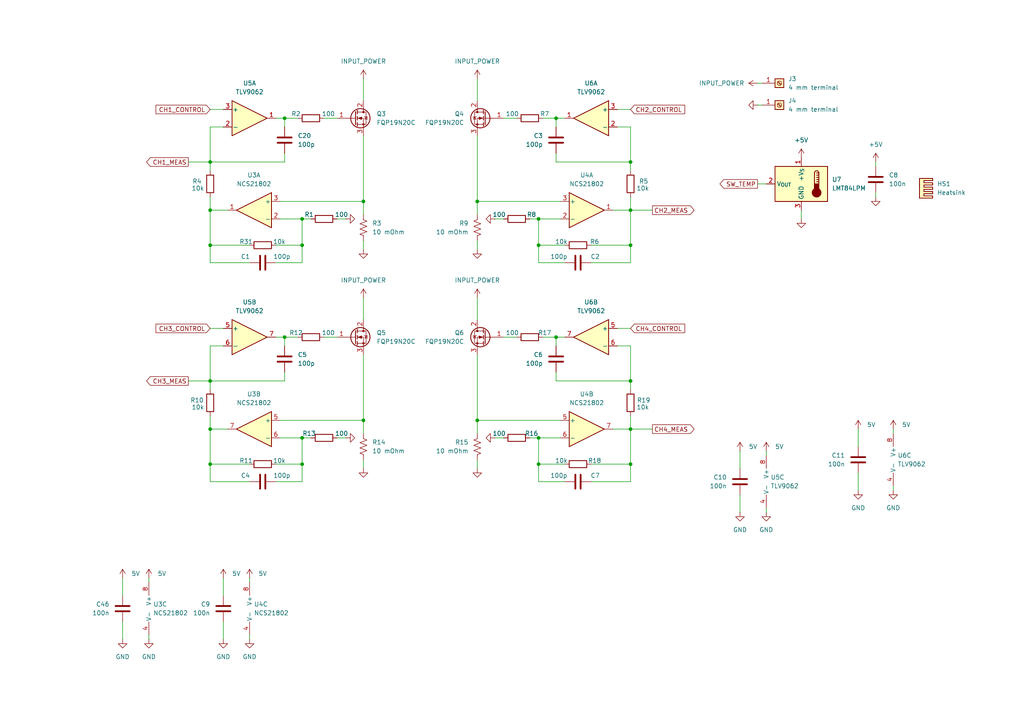
<source format=kicad_sch>
(kicad_sch (version 20250114) (generator "eeschema") (generator_version "9.0")
  (paper "A4")
  (lib_symbols
    (symbol "Amplifier_Operational:TLV9062" (pin_names (offset 0.127))
      (property "Reference" "U" (at 0 5.08 0))
      (property "Value" "TLV9062" (at 0 -5.08 0))
      (symbol "TLV9062_1_1"
        (polyline (pts (xy -5.08 5.08) (xy 5.08 0) (xy -5.08 -5.08) (xy -5.08 5.08)) (stroke (width 0.254)) (fill (type background)))
        (pin input line (at -7.62 2.54 0) (length 2.54) (name "+") (number "3"))
        (pin input line (at -7.62 -2.54 0) (length 2.54) (name "-") (number "2"))
        (pin output line (at 7.62 0 180) (length 2.54) (name "~") (number "1"))
      )
      (symbol "TLV9062_2_1"
        (polyline (pts (xy -5.08 5.08) (xy 5.08 0) (xy -5.08 -5.08) (xy -5.08 5.08)) (stroke (width 0.254)) (fill (type background)))
        (pin input line (at -7.62 2.54 0) (length 2.54) (name "+") (number "5"))
        (pin input line (at -7.62 -2.54 0) (length 2.54) (name "-") (number "6"))
        (pin output line (at 7.62 0 180) (length 2.54) (name "~") (number "7"))
      )
      (symbol "TLV9062_3_1"
        (pin power_in line (at -2.54 7.62 270) (length 3.81) (name "V+") (number "8"))
        (pin power_in line (at -2.54 -7.62 90) (length 3.81) (name "V-") (number "4"))
      )
    )
    (symbol "Connector:Screw_Terminal_01x01" (pin_names (offset 1.016) (hide yes))
      (property "Reference" "J" (at 0 2.54 0))
      (property "Value" "Screw_Terminal_01x01" (at 0 -2.54 0))
      (symbol "Screw_Terminal_01x01_1_1"
        (rectangle (start -1.27 1.27) (end 1.27 -1.27) (stroke (width 0.254)) (fill (type background)))
        (polyline (pts (xy -0.5334 0.3302) (xy 0.3302 -0.508)) (stroke (width 0.1524)))
        (polyline (pts (xy -0.3556 0.508) (xy 0.508 -0.3302)) (stroke (width 0.1524)))
        (circle (center 0 0) (radius 0.635) (stroke (width 0.1524)))
        (pin passive line (at -5.08 0 0) (length 3.81) (name "Pin_1") (number "1"))
      )
    )
    (symbol "Device:C" (pin_numbers (hide yes)) (pin_names (offset 0.254))
      (property "Reference" "C" (at 0.635 2.54 0))
      (property "Value" "C" (at 0.635 -2.54 0))
      (symbol "C_0_1"
        (polyline (pts (xy -2.032 0.762) (xy 2.032 0.762)) (stroke (width 0.508)))
        (polyline (pts (xy -2.032 -0.762) (xy 2.032 -0.762)) (stroke (width 0.508)))
      )
      (symbol "C_1_1"
        (pin passive line (at 0 3.81 270) (length 2.794) (name "~") (number "1"))
        (pin passive line (at 0 -3.81 90) (length 2.794) (name "~") (number "2"))
      )
    )
    (symbol "Device:R" (pin_numbers (hide yes)) (pin_names (offset 0))
      (property "Reference" "R" (at 2.032 0 90))
      (property "Value" "R" (at 0 0 90))
      (symbol "R_0_1"
        (rectangle (start -1.016 -2.54) (end 1.016 2.54) (stroke (width 0.254)))
      )
      (symbol "R_1_1"
        (pin passive line (at 0 3.81 270) (length 1.27) (name "~") (number "1"))
        (pin passive line (at 0 -3.81 90) (length 1.27) (name "~") (number "2"))
      )
    )
    (symbol "Device:R_US" (pin_numbers (hide yes)) (pin_names (offset 0))
      (property "Reference" "R" (at 2.54 0 90))
      (property "Value" "R_US" (at -2.54 0 90))
      (symbol "R_US_0_1"
        (polyline (pts (xy 0 2.286) (xy 0 2.54)))
        (polyline (pts (xy 0 2.286) (xy 1.016 1.905) (xy 0 1.524) (xy -1.016 1.143) (xy 0 0.762)))
        (polyline (pts (xy 0 0.762) (xy 1.016 0.381) (xy 0 0) (xy -1.016 -0.381) (xy 0 -0.762)))
        (polyline (pts (xy 0 -0.762) (xy 1.016 -1.143) (xy 0 -1.524) (xy -1.016 -1.905) (xy 0 -2.286)))
        (polyline (pts (xy 0 -2.286) (xy 0 -2.54)))
      )
      (symbol "R_US_1_1"
        (pin passive line (at 0 3.81 270) (length 1.27) (name "~") (number "1"))
        (pin passive line (at 0 -3.81 90) (length 1.27) (name "~") (number "2"))
      )
    )
    (symbol "Mechanical:Heatsink" (pin_names (offset 1.016))
      (property "Reference" "HS" (at 0 5.08 0))
      (property "Value" "Heatsink" (at 0 -1.27 0))
      (symbol "Heatsink_0_1"
        (polyline (pts (xy -0.3302 1.27) (xy -0.9652 1.27) (xy -0.9652 3.81) (xy -1.6002 3.81) (xy -1.6002 1.27) (xy -2.2352 1.27) (xy -2.2352 3.81) (xy -2.8702 3.81) (xy -2.8702 0) (xy -0.9652 0)) (stroke (width 0.254)) (fill (type background)))
        (polyline (pts (xy -0.3302 1.27) (xy -0.3302 3.81) (xy 0.3048 3.81) (xy 0.3048 1.27) (xy 0.9398 1.27) (xy 0.9398 3.81) (xy 1.5748 3.81) (xy 1.5748 1.27) (xy 2.2098 1.27) (xy 2.2098 3.81) (xy 2.8448 3.81) (xy 2.8448 0) (xy -0.9652 0)) (stroke (width 0.254)) (fill (type background)))
      )
    )
    (symbol "Sensor_Temperature:LM35-LP"
      (property "Reference" "U" (at -6.35 6.35 0))
      (property "Value" "LM35-LP" (at 1.27 6.35 0))
      (symbol "LM35-LP_0_1"
        (rectangle (start -7.62 5.08) (end 7.62 -5.08) (stroke (width 0.254)) (fill (type background)))
        (polyline (pts (xy -5.08 3.175) (xy -5.08 0)) (stroke (width 0.254)))
        (polyline (pts (xy -5.08 3.175) (xy -4.445 3.175)) (stroke (width 0.254)))
        (polyline (pts (xy -5.08 2.54) (xy -4.445 2.54)) (stroke (width 0.254)))
        (polyline (pts (xy -5.08 1.905) (xy -4.445 1.905)) (stroke (width 0.254)))
        (polyline (pts (xy -5.08 1.27) (xy -4.445 1.27)) (stroke (width 0.254)))
        (polyline (pts (xy -5.08 0.635) (xy -4.445 0.635)) (stroke (width 0.254)))
        (arc (start -5.08 3.175) (mid -4.445 3.8073) (end -3.81 3.175) (stroke (width 0.254)))
        (circle (center -4.445 -2.54) (radius 1.27) (stroke (width 0.254)) (fill (type outline)))
        (polyline (pts (xy -3.81 3.175) (xy -3.81 0)) (stroke (width 0.254)))
        (rectangle (start -3.81 -1.905) (end -5.08 0) (stroke (width 0.254)) (fill (type outline)))
      )
      (symbol "LM35-LP_1_1"
        (pin power_in line (at 0 7.62 270) (length 2.54) (name "+V_{S}") (number "1"))
        (pin power_in line (at 0 -7.62 90) (length 2.54) (name "GND") (number "3"))
        (pin output line (at 10.16 0 180) (length 2.54) (name "V_{OUT}") (number "2"))
      )
    )
    (symbol "Transistor_FET:IRF3205" (pin_names (hide yes))
      (property "Reference" "Q" (at 5.08 1.905 0))
      (property "Value" "IRF3205" (at 5.08 0 0))
      (symbol "IRF3205_0_1"
        (polyline (pts (xy 0.254 1.905) (xy 0.254 -1.905)) (stroke (width 0.254)))
        (polyline (pts (xy 0.254 0) (xy -2.54 0)))
        (polyline (pts (xy 0.762 2.286) (xy 0.762 1.27)) (stroke (width 0.254)))
        (polyline (pts (xy 0.762 0.508) (xy 0.762 -0.508)) (stroke (width 0.254)))
        (polyline (pts (xy 0.762 -1.27) (xy 0.762 -2.286)) (stroke (width 0.254)))
        (polyline (pts (xy 0.762 -1.778) (xy 3.302 -1.778) (xy 3.302 1.778) (xy 0.762 1.778)))
        (polyline (pts (xy 1.016 0) (xy 2.032 0.381) (xy 2.032 -0.381) (xy 1.016 0)) (fill (type outline)))
        (circle (center 1.651 0) (radius 2.794) (stroke (width 0.254)))
        (polyline (pts (xy 2.54 2.54) (xy 2.54 1.778)))
        (circle (center 2.54 1.778) (radius 0.254) (fill (type outline)))
        (circle (center 2.54 -1.778) (radius 0.254) (fill (type outline)))
        (polyline (pts (xy 2.54 -2.54) (xy 2.54 0) (xy 0.762 0)))
        (polyline (pts (xy 2.794 0.508) (xy 2.921 0.381) (xy 3.683 0.381) (xy 3.81 0.254)))
        (polyline (pts (xy 3.302 0.381) (xy 2.921 -0.254) (xy 3.683 -0.254) (xy 3.302 0.381)))
      )
      (symbol "IRF3205_1_1"
        (pin input line (at -5.08 0 0) (length 2.54) (name "G") (number "1"))
        (pin passive line (at 2.54 5.08 270) (length 2.54) (name "D") (number "2"))
        (pin passive line (at 2.54 -5.08 90) (length 2.54) (name "S") (number "3"))
      )
    )
    (symbol "power:+5V" (power) (pin_numbers (hide yes)) (pin_names (offset 0) (hide yes))
      (property "Value" "+5V" (at 0 3.556 0))
      (symbol "+5V_0_1"
        (polyline (pts (xy -0.762 1.27) (xy 0 2.54)))
        (polyline (pts (xy 0 2.54) (xy 0.762 1.27)))
        (polyline (pts (xy 0 0) (xy 0 2.54)))
      )
      (symbol "+5V_1_1"
        (pin power_in line (at 0 0 90) (length 0) (name "~") (number "1"))
      )
    )
    (symbol "power:GND" (power) (pin_numbers (hide yes)) (pin_names (offset 0) (hide yes))
      (property "Value" "GND" (at 0 -3.81 0))
      (symbol "GND_0_1"
        (polyline (pts (xy 0 0) (xy 0 -1.27) (xy 1.27 -1.27) (xy 0 -2.54) (xy -1.27 -1.27) (xy 0 -1.27)))
      )
      (symbol "GND_1_1"
        (pin power_in line (at 0 0 270) (length 0) (name "~") (number "1"))
      )
    )
    (symbol "power:VCC" (power) (pin_numbers (hide yes)) (pin_names (offset 0) (hide yes))
      (property "Value" "VCC" (at 0 3.556 0))
      (symbol "VCC_0_1"
        (polyline (pts (xy -0.762 1.27) (xy 0 2.54)))
        (polyline (pts (xy 0 2.54) (xy 0.762 1.27)))
        (polyline (pts (xy 0 0) (xy 0 2.54)))
      )
      (symbol "VCC_1_1"
        (pin power_in line (at 0 0 90) (length 0) (name "~") (number "1"))
      )
    )
  )
  (junction (at 87.63 71.12))
  (junction (at 60.96 60.96))
  (junction (at 87.63 134.62))
  (junction (at 60.96 110.49))
  (junction (at 161.29 97.79))
  (junction (at 138.43 58.42))
  (junction (at 182.88 134.62))
  (junction (at 87.63 63.5))
  (junction (at 182.88 71.12))
  (junction (at 182.88 60.96))
  (junction (at 60.96 134.62))
  (junction (at 138.43 121.92))
  (junction (at 161.29 34.29))
  (junction (at 105.41 58.42))
  (junction (at 182.88 110.49))
  (junction (at 156.21 134.62))
  (junction (at 60.96 46.99))
  (junction (at 182.88 124.46))
  (junction (at 82.55 97.79))
  (junction (at 156.21 71.12))
  (junction (at 156.21 127))
  (junction (at 60.96 124.46))
  (junction (at 87.63 127))
  (junction (at 105.41 121.92))
  (junction (at 60.96 71.12))
  (junction (at 182.88 46.99))
  (junction (at 156.21 63.5))
  (junction (at 82.55 34.29))
  (wire (pts (xy 35.56 180.34) (xy 35.56 185.42)))
  (wire (pts (xy 163.83 34.29) (xy 161.29 34.29)))
  (wire (pts (xy 60.96 46.99) (xy 54.61 46.99)))
  (wire (pts (xy 138.43 135.89) (xy 138.43 133.35)))
  (wire (pts (xy 93.98 34.29) (xy 97.79 34.29)))
  (wire (pts (xy 60.96 120.65) (xy 60.96 124.46)))
  (wire (pts (xy 72.39 139.7) (xy 60.96 139.7)))
  (wire (pts (xy 60.96 100.33) (xy 60.96 110.49)))
  (wire (pts (xy 171.45 71.12) (xy 182.88 71.12)))
  (wire (pts (xy 214.63 143.51) (xy 214.63 148.59)))
  (wire (pts (xy 82.55 34.29) (xy 86.36 34.29)))
  (wire (pts (xy 105.41 22.86) (xy 105.41 29.21)))
  (wire (pts (xy 156.21 71.12) (xy 156.21 63.5)))
  (wire (pts (xy 81.28 58.42) (xy 105.41 58.42)))
  (wire (pts (xy 171.45 76.2) (xy 182.88 76.2)))
  (wire (pts (xy 138.43 86.36) (xy 138.43 92.71)))
  (wire (pts (xy 163.83 76.2) (xy 156.21 76.2)))
  (wire (pts (xy 43.18 167.64) (xy 43.18 168.91)))
  (wire (pts (xy 143.51 127) (xy 146.05 127)))
  (wire (pts (xy 162.56 121.92) (xy 138.43 121.92)))
  (wire (pts (xy 219.71 24.13) (xy 220.98 24.13)))
  (wire (pts (xy 156.21 139.7) (xy 156.21 134.62)))
  (wire (pts (xy 72.39 184.15) (xy 72.39 185.42)))
  (wire (pts (xy 182.88 76.2) (xy 182.88 71.12)))
  (wire (pts (xy 138.43 62.23) (xy 138.43 58.42)))
  (wire (pts (xy 182.88 31.75) (xy 179.07 31.75)))
  (wire (pts (xy 60.96 100.33) (xy 64.77 100.33)))
  (wire (pts (xy 80.01 134.62) (xy 87.63 134.62)))
  (wire (pts (xy 254 55.88) (xy 254 57.15)))
  (wire (pts (xy 100.33 63.5) (xy 97.79 63.5)))
  (wire (pts (xy 82.55 44.45) (xy 82.55 46.99)))
  (wire (pts (xy 87.63 127) (xy 90.17 127)))
  (wire (pts (xy 143.51 63.5) (xy 146.05 63.5)))
  (wire (pts (xy 182.88 124.46) (xy 177.8 124.46)))
  (wire (pts (xy 161.29 97.79) (xy 161.29 100.33)))
  (wire (pts (xy 105.41 125.73) (xy 105.41 121.92)))
  (wire (pts (xy 163.83 97.79) (xy 161.29 97.79)))
  (wire (pts (xy 81.28 127) (xy 87.63 127)))
  (wire (pts (xy 219.71 53.34) (xy 222.25 53.34)))
  (wire (pts (xy 156.21 76.2) (xy 156.21 71.12)))
  (wire (pts (xy 259.08 140.97) (xy 259.08 142.24)))
  (wire (pts (xy 60.96 110.49) (xy 54.61 110.49)))
  (wire (pts (xy 182.88 36.83) (xy 179.07 36.83)))
  (wire (pts (xy 182.88 134.62) (xy 182.88 124.46)))
  (wire (pts (xy 149.86 34.29) (xy 146.05 34.29)))
  (wire (pts (xy 35.56 167.64) (xy 35.56 172.72)))
  (wire (pts (xy 161.29 44.45) (xy 161.29 46.99)))
  (wire (pts (xy 156.21 63.5) (xy 153.67 63.5)))
  (wire (pts (xy 105.41 102.87) (xy 105.41 121.92)))
  (wire (pts (xy 100.33 127) (xy 97.79 127)))
  (wire (pts (xy 105.41 135.89) (xy 105.41 133.35)))
  (wire (pts (xy 222.25 130.81) (xy 222.25 132.08)))
  (wire (pts (xy 161.29 34.29) (xy 157.48 34.29)))
  (wire (pts (xy 182.88 120.65) (xy 182.88 124.46)))
  (wire (pts (xy 163.83 139.7) (xy 156.21 139.7)))
  (wire (pts (xy 60.96 60.96) (xy 66.04 60.96)))
  (wire (pts (xy 222.25 147.32) (xy 222.25 148.59)))
  (wire (pts (xy 82.55 110.49) (xy 60.96 110.49)))
  (wire (pts (xy 138.43 102.87) (xy 138.43 121.92)))
  (wire (pts (xy 149.86 97.79) (xy 146.05 97.79)))
  (wire (pts (xy 60.96 95.25) (xy 64.77 95.25)))
  (wire (pts (xy 161.29 97.79) (xy 157.48 97.79)))
  (wire (pts (xy 182.88 100.33) (xy 179.07 100.33)))
  (wire (pts (xy 138.43 39.37) (xy 138.43 58.42)))
  (wire (pts (xy 87.63 63.5) (xy 90.17 63.5)))
  (wire (pts (xy 43.18 184.15) (xy 43.18 185.42)))
  (wire (pts (xy 248.92 137.16) (xy 248.92 142.24)))
  (wire (pts (xy 82.55 46.99) (xy 60.96 46.99)))
  (wire (pts (xy 219.71 30.48) (xy 220.98 30.48)))
  (wire (pts (xy 182.88 124.46) (xy 189.23 124.46)))
  (wire (pts (xy 60.96 46.99) (xy 60.96 49.53)))
  (wire (pts (xy 163.83 134.62) (xy 156.21 134.62)))
  (wire (pts (xy 105.41 39.37) (xy 105.41 58.42)))
  (wire (pts (xy 87.63 139.7) (xy 87.63 134.62)))
  (wire (pts (xy 248.92 124.46) (xy 248.92 129.54)))
  (wire (pts (xy 60.96 134.62) (xy 60.96 124.46)))
  (wire (pts (xy 162.56 127) (xy 156.21 127)))
  (wire (pts (xy 72.39 76.2) (xy 60.96 76.2)))
  (wire (pts (xy 81.28 63.5) (xy 87.63 63.5)))
  (wire (pts (xy 161.29 107.95) (xy 161.29 110.49)))
  (wire (pts (xy 82.55 97.79) (xy 82.55 100.33)))
  (wire (pts (xy 72.39 167.64) (xy 72.39 168.91)))
  (wire (pts (xy 60.96 124.46) (xy 66.04 124.46)))
  (wire (pts (xy 87.63 71.12) (xy 87.63 63.5)))
  (wire (pts (xy 138.43 125.73) (xy 138.43 121.92)))
  (wire (pts (xy 60.96 76.2) (xy 60.96 71.12)))
  (wire (pts (xy 64.77 180.34) (xy 64.77 185.42)))
  (wire (pts (xy 171.45 139.7) (xy 182.88 139.7)))
  (wire (pts (xy 82.55 97.79) (xy 86.36 97.79)))
  (wire (pts (xy 214.63 130.81) (xy 214.63 135.89)))
  (wire (pts (xy 60.96 71.12) (xy 60.96 60.96)))
  (wire (pts (xy 156.21 134.62) (xy 156.21 127)))
  (wire (pts (xy 80.01 139.7) (xy 87.63 139.7)))
  (wire (pts (xy 182.88 46.99) (xy 182.88 49.53)))
  (wire (pts (xy 138.43 72.39) (xy 138.43 69.85)))
  (wire (pts (xy 80.01 97.79) (xy 82.55 97.79)))
  (wire (pts (xy 60.96 36.83) (xy 64.77 36.83)))
  (wire (pts (xy 162.56 63.5) (xy 156.21 63.5)))
  (wire (pts (xy 72.39 134.62) (xy 60.96 134.62)))
  (wire (pts (xy 105.41 62.23) (xy 105.41 58.42)))
  (wire (pts (xy 60.96 110.49) (xy 60.96 113.03)))
  (wire (pts (xy 182.88 71.12) (xy 182.88 60.96)))
  (wire (pts (xy 162.56 58.42) (xy 138.43 58.42)))
  (wire (pts (xy 80.01 71.12) (xy 87.63 71.12)))
  (wire (pts (xy 171.45 134.62) (xy 182.88 134.62)))
  (wire (pts (xy 182.88 139.7) (xy 182.88 134.62)))
  (wire (pts (xy 182.88 110.49) (xy 182.88 113.03)))
  (wire (pts (xy 182.88 100.33) (xy 182.88 110.49)))
  (wire (pts (xy 161.29 34.29) (xy 161.29 36.83)))
  (wire (pts (xy 232.41 63.5) (xy 232.41 60.96)))
  (wire (pts (xy 60.96 139.7) (xy 60.96 134.62)))
  (wire (pts (xy 82.55 34.29) (xy 82.55 36.83)))
  (wire (pts (xy 60.96 31.75) (xy 64.77 31.75)))
  (wire (pts (xy 60.96 36.83) (xy 60.96 46.99)))
  (wire (pts (xy 161.29 46.99) (xy 182.88 46.99)))
  (wire (pts (xy 259.08 124.46) (xy 259.08 125.73)))
  (wire (pts (xy 182.88 36.83) (xy 182.88 46.99)))
  (wire (pts (xy 87.63 76.2) (xy 87.63 71.12)))
  (wire (pts (xy 254 46.99) (xy 254 48.26)))
  (wire (pts (xy 105.41 72.39) (xy 105.41 69.85)))
  (wire (pts (xy 138.43 22.86) (xy 138.43 29.21)))
  (wire (pts (xy 82.55 107.95) (xy 82.55 110.49)))
  (wire (pts (xy 80.01 76.2) (xy 87.63 76.2)))
  (wire (pts (xy 60.96 57.15) (xy 60.96 60.96)))
  (wire (pts (xy 80.01 34.29) (xy 82.55 34.29)))
  (wire (pts (xy 93.98 97.79) (xy 97.79 97.79)))
  (wire (pts (xy 182.88 60.96) (xy 189.23 60.96)))
  (wire (pts (xy 161.29 110.49) (xy 182.88 110.49)))
  (wire (pts (xy 81.28 121.92) (xy 105.41 121.92)))
  (wire (pts (xy 64.77 167.64) (xy 64.77 172.72)))
  (wire (pts (xy 156.21 127) (xy 153.67 127)))
  (wire (pts (xy 105.41 86.36) (xy 105.41 92.71)))
  (wire (pts (xy 182.88 60.96) (xy 177.8 60.96)))
  (wire (pts (xy 182.88 57.15) (xy 182.88 60.96)))
  (wire (pts (xy 163.83 71.12) (xy 156.21 71.12)))
  (wire (pts (xy 182.88 95.25) (xy 179.07 95.25)))
  (wire (pts (xy 72.39 71.12) (xy 60.96 71.12)))
  (wire (pts (xy 87.63 134.62) (xy 87.63 127)))
  (global_label "CH3_MEAS" (shape output) (at 54.61 110.49 180) (property "Intersheetrefs" "${INTERSHEET_REFS}" (effects (hide yes))))
  (global_label "CH2_MEAS" (shape output) (at 189.23 60.96 0) (property "Intersheetrefs" "${INTERSHEET_REFS}" (effects (hide yes))))
  (global_label "CH1_MEAS" (shape output) (at 54.61 46.99 180) (property "Intersheetrefs" "${INTERSHEET_REFS}" (effects (hide yes))))
  (global_label "CH1_CONTROL" (shape input) (at 60.96 31.75 180) (property "Intersheetrefs" "${INTERSHEET_REFS}" (effects (hide yes))))
  (global_label "CH3_CONTROL" (shape input) (at 60.96 95.25 180) (property "Intersheetrefs" "${INTERSHEET_REFS}" (effects (hide yes))))
  (global_label "SW_TEMP" (shape output) (at 219.71 53.34 180) (property "Intersheetrefs" "${INTERSHEET_REFS}" (effects (hide yes))))
  (global_label "CH2_CONTROL" (shape input) (at 182.88 31.75 0) (property "Intersheetrefs" "${INTERSHEET_REFS}" (effects (hide yes))))
  (global_label "CH4_CONTROL" (shape input) (at 182.88 95.25 0) (property "Intersheetrefs" "${INTERSHEET_REFS}" (effects (hide yes))))
  (global_label "CH4_MEAS" (shape output) (at 189.23 124.46 0) (property "Intersheetrefs" "${INTERSHEET_REFS}" (effects (hide yes))))
  (symbol (lib_id "Device:R") (at 93.98 127 270) (mirror x) (unit 1)
    (property "Reference" "R13" (at 89.662 125.73 90))
    (property "Value" "100" (at 99.06 125.73 90))
    (property "Footprint" "Resistor_SMD:R_0603_1608Metric_Pad0.98x0.95mm_HandSolder" (effects (hide yes)))
    (property "LCSC" "C22775" (effects (hide yes)))
  )
  (symbol (lib_id "power:GND") (at 64.77 185.42 0) (unit 1)
    (property "Reference" "#PWR030" (effects (hide yes)))
    (property "Value" "GND" (at 64.77 190.5 0))
    (property "Description" "Power symbol creates a global label with name \"GND\" , ground" (effects (hide yes)))
  )
  (symbol (lib_id "Device:R_US") (at 138.43 129.54 0) (mirror y) (unit 1)
    (property "Reference" "R15" (at 135.89 128.2699 0) (effects (justify left)))
    (property "Value" "10 mOhm" (at 135.89 130.8099 0) (effects (justify left)))
    (property "Footprint" "Resistor_SMD:R_2512_6332Metric_Pad1.40x3.35mm_HandSolder" (effects (hide yes)))
    (property "Description" "Resistor, US symbol" (effects (hide yes)))
  )
  (symbol (lib_id "power:VCC") (at 222.25 130.81 0) (mirror y) (unit 1)
    (property "Reference" "#PWR035" (effects (hide yes)))
    (property "Value" "5V" (at 224.79 129.5399 0) (effects (justify right)))
    (property "Description" "Power symbol creates a global label with name \"VCC\"" (effects (hide yes)))
  )
  (symbol (lib_id "Connector:Screw_Terminal_01x01") (at 226.06 24.13 0) (unit 1)
    (property "Reference" "J3" (at 228.6 22.8599 0) (effects (justify left)))
    (property "Value" "4 mm terminal" (at 228.6 25.3999 0) (effects (justify left)))
    (property "Footprint" "DC_load:4mm_terminal_red" (effects (hide yes)))
    (property "Description" "Generic screw terminal, single row, 01x01, script generated (kicad-library-utils/schlib/autogen/connector/)" (effects (hide yes)))
  )
  (symbol (lib_id "Amplifier_Operational:TLV9062") (at 224.79 139.7 0) (unit 3)
    (property "Reference" "U5" (at 223.52 138.4299 0) (effects (justify left)))
    (property "Value" "TLV9062" (at 223.52 140.9699 0) (effects (justify left)))
    (property "Footprint" "Package_SO:SOIC-8_3.9x4.9mm_P1.27mm" (effects (hide yes)))
    (property "Datasheet" "https://www.ti.com/lit/ds/symlink/tlv9062.pdf" (effects (hide yes)))
    (property "Description" "Dual Operational Amplifiers, SOIC-8/TSSOP-8/VSSOP-8" (effects (hide yes)))
  )
  (symbol (lib_id "power:GND") (at 105.41 72.39 0) (unit 1)
    (property "Reference" "#PWR02" (effects (hide yes)))
    (property "Value" "GND" (effects (hide yes)))
    (property "Description" "Power symbol creates a global label with name \"GND\" , ground" (effects (hide yes)))
  )
  (symbol (lib_id "Device:C") (at 35.56 176.53 0) (mirror x) (unit 1)
    (property "Reference" "C46" (at 31.75 175.2599 0) (effects (justify right)))
    (property "Value" "100n" (at 31.75 177.7999 0) (effects (justify right)))
    (property "Footprint" "Capacitor_SMD:C_0603_1608Metric_Pad1.08x0.95mm_HandSolder" (effects (hide yes)))
    (property "LCSC" "C14663" (effects (hide yes)))
  )
  (symbol (lib_id "power:GND") (at 35.56 185.42 0) (unit 1)
    (property "Reference" "#PWR05" (effects (hide yes)))
    (property "Value" "GND" (at 35.56 190.5 0))
    (property "Description" "Power symbol creates a global label with name \"GND\" , ground" (effects (hide yes)))
  )
  (symbol (lib_id "Device:R") (at 149.86 127 90) (unit 1)
    (property "Reference" "R16" (at 154.178 125.73 90))
    (property "Value" "100" (at 144.78 125.73 90))
    (property "Footprint" "Resistor_SMD:R_0603_1608Metric_Pad0.98x0.95mm_HandSolder" (effects (hide yes)))
    (property "LCSC" "C22775" (effects (hide yes)))
  )
  (symbol (lib_id "power:GND") (at 232.41 63.5 0) (mirror y) (unit 1)
    (property "Reference" "#PWR018" (effects (hide yes)))
    (property "Value" "GND" (effects (hide yes)))
    (property "Description" "Power symbol creates a global label with name \"GND\" , ground" (effects (hide yes)))
  )
  (symbol (lib_id "Device:R") (at 182.88 53.34 0) (mirror x) (unit 1)
    (property "Reference" "R5" (at 186.69 52.578 0))
    (property "Value" "10k" (at 186.436 54.61 0))
    (property "Footprint" "Resistor_SMD:R_0603_1608Metric_Pad0.98x0.95mm_HandSolder" (effects (hide yes)))
    (property "LCSC" "C25804" (effects (hide yes)))
  )
  (symbol (lib_id "Device:C") (at 64.77 176.53 0) (mirror x) (unit 1)
    (property "Reference" "C9" (at 60.96 175.2599 0) (effects (justify right)))
    (property "Value" "100n" (at 60.96 177.7999 0) (effects (justify right)))
    (property "Footprint" "Capacitor_SMD:C_0603_1608Metric_Pad1.08x0.95mm_HandSolder" (effects (hide yes)))
    (property "LCSC" "C14663" (effects (hide yes)))
  )
  (symbol (lib_id "Device:R") (at 167.64 71.12 90) (mirror x) (unit 1)
    (property "Reference" "R6" (at 172.466 70.104 90))
    (property "Value" "10k" (at 162.814 70.104 90))
    (property "Footprint" "Resistor_SMD:R_0603_1608Metric_Pad0.98x0.95mm_HandSolder" (effects (hide yes)))
    (property "LCSC" "C25804" (effects (hide yes)))
  )
  (symbol (lib_id "Connector:Screw_Terminal_01x01") (at 226.06 30.48 0) (unit 1)
    (property "Reference" "J4" (at 228.6 29.2099 0) (effects (justify left)))
    (property "Value" "4 mm terminal" (at 228.6 31.7499 0) (effects (justify left)))
    (property "Footprint" "DC_load:4mm_terminal_black" (effects (hide yes)))
    (property "Description" "Generic screw terminal, single row, 01x01, script generated (kicad-library-utils/schlib/autogen/connector/)" (effects (hide yes)))
  )
  (symbol (lib_id "Transistor_FET:IRF3205") (at 102.87 34.29 0) (unit 1)
    (property "Reference" "Q3" (at 109.22 33.0199 0) (effects (justify left)))
    (property "Value" "FQP19N20C" (at 109.22 35.5599 0) (effects (justify left)))
    (property "Footprint" "Package_TO_SOT_THT:TO-220-3_Horizontal_TabUp" (effects (hide yes)))
    (property "Datasheet" "https://www.onsemi.com/download/data-sheet/pdf/fqpf19n20c-d.pdf" (effects (hide yes)))
  )
  (symbol (lib_id "power:VCC") (at 219.71 24.13 90) (mirror x) (unit 1)
    (property "Reference" "#PWR021" (effects (hide yes)))
    (property "Value" "INPUT_POWER" (at 215.9 24.1299 90) (effects (justify left)))
    (property "Description" "Power symbol creates a global label with name \"VCC\"" (effects (hide yes)))
  )
  (symbol (lib_id "power:VCC") (at 214.63 130.81 0) (mirror y) (unit 1)
    (property "Reference" "#PWR033" (effects (hide yes)))
    (property "Value" "5V" (at 217.17 129.5399 0) (effects (justify right)))
    (property "Description" "Power symbol creates a global label with name \"VCC\"" (effects (hide yes)))
  )
  (symbol (lib_id "power:+5V") (at 232.41 45.72 0) (unit 1)
    (property "Reference" "#PWR017" (effects (hide yes)))
    (property "Value" "+5V" (at 232.41 40.64 0))
    (property "Description" "Power symbol creates a global label with name \"+5V\"" (effects (hide yes)))
  )
  (symbol (lib_id "power:VCC") (at 259.08 124.46 0) (mirror y) (unit 1)
    (property "Reference" "#PWR039" (effects (hide yes)))
    (property "Value" "5V" (at 261.62 123.1899 0) (effects (justify right)))
    (property "Description" "Power symbol creates a global label with name \"VCC\"" (effects (hide yes)))
  )
  (symbol (lib_id "power:GND") (at 100.33 63.5 90) (unit 1)
    (property "Reference" "#PWR03" (effects (hide yes)))
    (property "Value" "GND" (effects (hide yes)))
    (property "Description" "Power symbol creates a global label with name \"GND\" , ground" (effects (hide yes)))
  )
  (symbol (lib_id "Device:R") (at 149.86 63.5 90) (unit 1)
    (property "Reference" "R8" (at 154.178 62.23 90))
    (property "Value" "100" (at 144.78 62.23 90))
    (property "Footprint" "Resistor_SMD:R_0603_1608Metric_Pad0.98x0.95mm_HandSolder" (effects (hide yes)))
    (property "LCSC" "C22775" (effects (hide yes)))
  )
  (symbol (lib_id "power:GND") (at 105.41 135.89 0) (unit 1)
    (property "Reference" "#PWR013" (effects (hide yes)))
    (property "Value" "GND" (effects (hide yes)))
    (property "Description" "Power symbol creates a global label with name \"GND\" , ground" (effects (hide yes)))
  )
  (symbol (lib_id "Amplifier_Operational:TLV9062") (at 73.66 60.96 0) (mirror y) (unit 1)
    (property "Reference" "U3" (at 73.66 50.8 0))
    (property "Value" "NCS21802" (at 73.66 53.34 0))
    (property "Footprint" "Package_SO:OnSemi_Micro8" (effects (hide yes)))
    (property "Datasheet" "https://eu.mouser.com/datasheet/2/308/1/NCS21801_D-2317591.pdf" (effects (hide yes)))
    (property "Description" "Dual Operational Amplifiers, SOIC-8/TSSOP-8/VSSOP-8" (effects (hide yes)))
  )
  (symbol (lib_id "power:GND") (at 72.39 185.42 0) (unit 1)
    (property "Reference" "#PWR032" (effects (hide yes)))
    (property "Value" "GND" (at 72.39 190.5 0))
    (property "Description" "Power symbol creates a global label with name \"GND\" , ground" (effects (hide yes)))
  )
  (symbol (lib_id "power:VCC") (at 64.77 167.64 0) (mirror y) (unit 1)
    (property "Reference" "#PWR029" (effects (hide yes)))
    (property "Value" "5V" (at 67.31 166.3699 0) (effects (justify right)))
    (property "Description" "Power symbol creates a global label with name \"VCC\"" (effects (hide yes)))
  )
  (symbol (lib_id "power:VCC") (at 105.41 86.36 0) (mirror y) (unit 1)
    (property "Reference" "#PWR012" (effects (hide yes)))
    (property "Value" "INPUT_POWER" (at 105.41 81.28 0))
    (property "Description" "Power symbol creates a global label with name \"VCC\"" (effects (hide yes)))
  )
  (symbol (lib_id "Device:R") (at 90.17 34.29 270) (mirror x) (unit 1)
    (property "Reference" "R2" (at 85.852 33.02 90))
    (property "Value" "100" (at 95.25 33.02 90))
    (property "Footprint" "Resistor_SMD:R_0603_1608Metric_Pad0.98x0.95mm_HandSolder" (effects (hide yes)))
    (property "LCSC" "C22775" (effects (hide yes)))
  )
  (symbol (lib_id "Device:R") (at 153.67 34.29 90) (unit 1)
    (property "Reference" "R7" (at 157.988 33.02 90))
    (property "Value" "100" (at 148.59 33.02 90))
    (property "Footprint" "Resistor_SMD:R_0603_1608Metric_Pad0.98x0.95mm_HandSolder" (effects (hide yes)))
    (property "LCSC" "C22775" (effects (hide yes)))
  )
  (symbol (lib_id "Device:R_US") (at 138.43 66.04 0) (mirror y) (unit 1)
    (property "Reference" "R9" (at 135.89 64.7699 0) (effects (justify left)))
    (property "Value" "10 mOhm" (at 135.89 67.3099 0) (effects (justify left)))
    (property "Footprint" "Resistor_SMD:R_2512_6332Metric_Pad1.40x3.35mm_HandSolder" (effects (hide yes)))
    (property "Description" "Resistor, US symbol" (effects (hide yes)))
  )
  (symbol (lib_id "Mechanical:Heatsink") (at 266.7 54.61 270) (unit 1)
    (property "Reference" "HS1" (at 271.78 53.3272 90) (effects (justify left)))
    (property "Value" "Heatsink" (at 271.78 55.8672 90) (effects (justify left)))
    (property "Footprint" "DC_load:AMD_heatsink" (effects (hide yes)))
    (property "Description" "Heatsink" (effects (hide yes)))
  )
  (symbol (lib_id "power:VCC") (at 248.92 124.46 0) (mirror y) (unit 1)
    (property "Reference" "#PWR037" (effects (hide yes)))
    (property "Value" "5V" (at 251.46 123.1899 0) (effects (justify right)))
    (property "Description" "Power symbol creates a global label with name \"VCC\"" (effects (hide yes)))
  )
  (symbol (lib_id "power:GND") (at 254 57.15 0) (mirror y) (unit 1)
    (property "Reference" "#PWR020" (effects (hide yes)))
    (property "Value" "GND" (effects (hide yes)))
    (property "Description" "Power symbol creates a global label with name \"GND\" , ground" (effects (hide yes)))
  )
  (symbol (lib_id "Device:R") (at 76.2 71.12 270) (unit 1)
    (property "Reference" "R31" (at 71.374 70.104 90))
    (property "Value" "10k" (at 81.026 70.104 90))
    (property "Footprint" "Resistor_SMD:R_0603_1608Metric_Pad0.98x0.95mm_HandSolder" (effects (hide yes)))
    (property "LCSC" "C25804" (effects (hide yes)))
  )
  (symbol (lib_id "Amplifier_Operational:TLV9062") (at 171.45 34.29 0) (mirror y) (unit 1)
    (property "Reference" "U6" (at 171.45 24.13 0))
    (property "Value" "TLV9062" (at 171.45 26.67 0))
    (property "Footprint" "Package_SO:SOIC-8_3.9x4.9mm_P1.27mm" (effects (hide yes)))
    (property "Datasheet" "https://www.ti.com/lit/ds/symlink/tlv9062.pdf" (effects (hide yes)))
    (property "Description" "Dual Operational Amplifiers, SOIC-8/TSSOP-8/VSSOP-8" (effects (hide yes)))
  )
  (symbol (lib_id "Amplifier_Operational:TLV9062") (at 73.66 124.46 0) (mirror y) (unit 2)
    (property "Reference" "U3" (at 73.66 114.3 0))
    (property "Value" "NCS21802" (at 73.66 116.84 0))
    (property "Footprint" "Package_SO:OnSemi_Micro8" (effects (hide yes)))
    (property "Datasheet" "https://eu.mouser.com/datasheet/2/308/1/NCS21801_D-2317591.pdf" (effects (hide yes)))
    (property "Description" "Dual Operational Amplifiers, SOIC-8/TSSOP-8/VSSOP-8" (effects (hide yes)))
  )
  (symbol (lib_id "Device:R") (at 167.64 134.62 90) (mirror x) (unit 1)
    (property "Reference" "R18" (at 172.466 133.604 90))
    (property "Value" "10k" (at 162.814 133.604 90))
    (property "Footprint" "Resistor_SMD:R_0603_1608Metric_Pad0.98x0.95mm_HandSolder" (effects (hide yes)))
    (property "LCSC" "C25804" (effects (hide yes)))
  )
  (symbol (lib_id "Transistor_FET:IRF3205") (at 140.97 34.29 0) (mirror y) (unit 1)
    (property "Reference" "Q4" (at 134.62 33.0199 0) (effects (justify left)))
    (property "Value" "FQP19N20C" (at 134.62 35.5599 0) (effects (justify left)))
    (property "Footprint" "Package_TO_SOT_THT:TO-220-3_Horizontal_TabUp" (effects (hide yes)))
    (property "Datasheet" "https://www.onsemi.com/download/data-sheet/pdf/fqpf19n20c-d.pdf" (effects (hide yes)))
  )
  (symbol (lib_id "Device:R") (at 93.98 63.5 270) (mirror x) (unit 1)
    (property "Reference" "R1" (at 89.662 62.23 90))
    (property "Value" "100" (at 99.06 62.23 90))
    (property "Footprint" "Resistor_SMD:R_0603_1608Metric_Pad0.98x0.95mm_HandSolder" (effects (hide yes)))
    (property "LCSC" "C22775" (effects (hide yes)))
  )
  (symbol (lib_id "power:VCC") (at 138.43 22.86 0) (unit 1)
    (property "Reference" "#PWR09" (effects (hide yes)))
    (property "Value" "INPUT_POWER" (at 138.43 17.78 0))
    (property "Description" "Power symbol creates a global label with name \"VCC\"" (effects (hide yes)))
  )
  (symbol (lib_id "Amplifier_Operational:TLV9062") (at 45.72 176.53 0) (unit 3)
    (property "Reference" "U3" (at 44.45 175.2599 0) (effects (justify left)))
    (property "Value" "NCS21802" (at 44.45 177.7999 0) (effects (justify left)))
    (property "Footprint" "Package_SO:OnSemi_Micro8" (effects (hide yes)))
    (property "Datasheet" "https://eu.mouser.com/datasheet/2/308/1/NCS21801_D-2317591.pdf" (effects (hide yes)))
    (property "Description" "Dual Operational Amplifiers, SOIC-8/TSSOP-8/VSSOP-8" (effects (hide yes)))
  )
  (symbol (lib_id "power:GND") (at 100.33 127 90) (unit 1)
    (property "Reference" "#PWR011" (effects (hide yes)))
    (property "Value" "GND" (effects (hide yes)))
    (property "Description" "Power symbol creates a global label with name \"GND\" , ground" (effects (hide yes)))
  )
  (symbol (lib_id "Amplifier_Operational:TLV9062") (at 74.93 176.53 0) (unit 3)
    (property "Reference" "U4" (at 73.66 175.2599 0) (effects (justify left)))
    (property "Value" "NCS21802" (at 73.66 177.7999 0) (effects (justify left)))
    (property "Footprint" "Package_SO:OnSemi_Micro8" (effects (hide yes)))
    (property "Datasheet" "https://eu.mouser.com/datasheet/2/308/1/NCS21801_D-2317591.pdf" (effects (hide yes)))
    (property "Description" "Dual Operational Amplifiers, SOIC-8/TSSOP-8/VSSOP-8" (effects (hide yes)))
  )
  (symbol (lib_id "Device:R_US") (at 105.41 66.04 0) (unit 1)
    (property "Reference" "R3" (at 107.95 64.7699 0) (effects (justify left)))
    (property "Value" "10 mOhm" (at 107.95 67.3099 0) (effects (justify left)))
    (property "Footprint" "Resistor_SMD:R_2512_6332Metric_Pad1.40x3.35mm_HandSolder" (effects (hide yes)))
    (property "Description" "Resistor, US symbol" (effects (hide yes)))
  )
  (symbol (lib_id "power:GND") (at 43.18 185.42 0) (unit 1)
    (property "Reference" "#PWR06" (effects (hide yes)))
    (property "Value" "GND" (at 43.18 190.5 0))
    (property "Description" "Power symbol creates a global label with name \"GND\" , ground" (effects (hide yes)))
  )
  (symbol (lib_id "Amplifier_Operational:TLV9062") (at 72.39 97.79 0) (unit 2)
    (property "Reference" "U5" (at 72.39 87.63 0))
    (property "Value" "TLV9062" (at 72.39 90.17 0))
    (property "Footprint" "Package_SO:SOIC-8_3.9x4.9mm_P1.27mm" (effects (hide yes)))
    (property "Datasheet" "https://www.ti.com/lit/ds/symlink/tlv9062.pdf" (effects (hide yes)))
    (property "Description" "Dual Operational Amplifiers, SOIC-8/TSSOP-8/VSSOP-8" (effects (hide yes)))
  )
  (symbol (lib_id "power:GND") (at 222.25 148.59 0) (unit 1)
    (property "Reference" "#PWR036" (effects (hide yes)))
    (property "Value" "GND" (at 222.25 153.67 0))
    (property "Description" "Power symbol creates a global label with name \"GND\" , ground" (effects (hide yes)))
  )
  (symbol (lib_id "Device:C") (at 167.64 139.7 270) (mirror x) (unit 1)
    (property "Reference" "C7" (at 173.99 137.922 90) (effects (justify right)))
    (property "Value" "100p" (at 164.592 137.922 90) (effects (justify right)))
    (property "Footprint" "Capacitor_SMD:C_0603_1608Metric_Pad1.08x0.95mm_HandSolder" (effects (hide yes)))
    (property "LCSC" "C14858" (effects (hide yes)))
  )
  (symbol (lib_id "Device:R_US") (at 105.41 129.54 0) (unit 1)
    (property "Reference" "R14" (at 107.95 128.2699 0) (effects (justify left)))
    (property "Value" "10 mOhm" (at 107.95 130.8099 0) (effects (justify left)))
    (property "Footprint" "Resistor_SMD:R_2512_6332Metric_Pad1.40x3.35mm_HandSolder" (effects (hide yes)))
    (property "Description" "Resistor, US symbol" (effects (hide yes)))
  )
  (symbol (lib_id "power:GND") (at 143.51 127 270) (mirror x) (unit 1)
    (property "Reference" "#PWR016" (effects (hide yes)))
    (property "Value" "GND" (effects (hide yes)))
    (property "Description" "Power symbol creates a global label with name \"GND\" , ground" (effects (hide yes)))
  )
  (symbol (lib_id "Device:R") (at 182.88 116.84 0) (mirror x) (unit 1)
    (property "Reference" "R19" (at 186.69 116.078 0))
    (property "Value" "10k" (at 186.436 118.11 0))
    (property "Footprint" "Resistor_SMD:R_0603_1608Metric_Pad0.98x0.95mm_HandSolder" (effects (hide yes)))
    (property "LCSC" "C25804" (effects (hide yes)))
  )
  (symbol (lib_id "power:VCC") (at 35.56 167.64 0) (mirror y) (unit 1)
    (property "Reference" "#PWR04" (effects (hide yes)))
    (property "Value" "5V" (at 38.1 166.3699 0) (effects (justify right)))
    (property "Description" "Power symbol creates a global label with name \"VCC\"" (effects (hide yes)))
  )
  (symbol (lib_id "Device:C") (at 82.55 104.14 180) (unit 1)
    (property "Reference" "C5" (at 86.36 102.8699 0) (effects (justify right)))
    (property "Value" "100p" (at 86.36 105.4099 0) (effects (justify right)))
    (property "Footprint" "Capacitor_SMD:C_0603_1608Metric_Pad1.08x0.95mm_HandSolder" (effects (hide yes)))
    (property "LCSC" "C14858" (effects (hide yes)))
  )
  (symbol (lib_id "Amplifier_Operational:TLV9062") (at 171.45 97.79 0) (mirror y) (unit 2)
    (property "Reference" "U6" (at 171.45 87.63 0))
    (property "Value" "TLV9062" (at 171.45 90.17 0))
    (property "Footprint" "Package_SO:SOIC-8_3.9x4.9mm_P1.27mm" (effects (hide yes)))
    (property "Datasheet" "https://www.ti.com/lit/ds/symlink/tlv9062.pdf" (effects (hide yes)))
    (property "Description" "Dual Operational Amplifiers, SOIC-8/TSSOP-8/VSSOP-8" (effects (hide yes)))
  )
  (symbol (lib_id "Amplifier_Operational:TLV9062") (at 170.18 124.46 0) (unit 2)
    (property "Reference" "U4" (at 170.18 114.3 0))
    (property "Value" "NCS21802" (at 170.18 116.84 0))
    (property "Footprint" "Package_SO:OnSemi_Micro8" (effects (hide yes)))
    (property "Datasheet" "https://eu.mouser.com/datasheet/2/308/1/NCS21801_D-2317591.pdf" (effects (hide yes)))
    (property "Description" "Dual Operational Amplifiers, SOIC-8/TSSOP-8/VSSOP-8" (effects (hide yes)))
  )
  (symbol (lib_id "Device:C") (at 161.29 40.64 0) (mirror x) (unit 1)
    (property "Reference" "C3" (at 157.48 39.3699 0) (effects (justify right)))
    (property "Value" "100p" (at 157.48 41.9099 0) (effects (justify right)))
    (property "Footprint" "Capacitor_SMD:C_0603_1608Metric_Pad1.08x0.95mm_HandSolder" (effects (hide yes)))
    (property "LCSC" "C14858" (effects (hide yes)))
  )
  (symbol (lib_id "Device:C") (at 248.92 133.35 0) (mirror x) (unit 1)
    (property "Reference" "C11" (at 245.11 132.0799 0) (effects (justify right)))
    (property "Value" "100n" (at 245.11 134.6199 0) (effects (justify right)))
    (property "Footprint" "Capacitor_SMD:C_0603_1608Metric_Pad1.08x0.95mm_HandSolder" (effects (hide yes)))
    (property "LCSC" "C14663" (effects (hide yes)))
  )
  (symbol (lib_id "power:GND") (at 138.43 72.39 0) (mirror y) (unit 1)
    (property "Reference" "#PWR010" (effects (hide yes)))
    (property "Value" "GND" (effects (hide yes)))
    (property "Description" "Power symbol creates a global label with name \"GND\" , ground" (effects (hide yes)))
  )
  (symbol (lib_id "power:GND") (at 219.71 30.48 270) (mirror x) (unit 1)
    (property "Reference" "#PWR022" (effects (hide yes)))
    (property "Value" "GND" (effects (hide yes)))
    (property "Description" "Power symbol creates a global label with name \"GND\" , ground" (effects (hide yes)))
  )
  (symbol (lib_id "Device:C") (at 254 52.07 0) (unit 1)
    (property "Reference" "C8" (at 257.81 50.7999 0) (effects (justify left)))
    (property "Value" "100n" (at 257.81 53.3399 0) (effects (justify left)))
    (property "Footprint" "Capacitor_SMD:C_0603_1608Metric_Pad1.08x0.95mm_HandSolder" (effects (hide yes)))
    (property "Description" "Unpolarized capacitor" (effects (hide yes)))
  )
  (symbol (lib_id "Transistor_FET:IRF3205") (at 102.87 97.79 0) (unit 1)
    (property "Reference" "Q5" (at 109.22 96.5199 0) (effects (justify left)))
    (property "Value" "FQP19N20C" (at 109.22 99.0599 0) (effects (justify left)))
    (property "Footprint" "Package_TO_SOT_THT:TO-220-3_Horizontal_TabUp" (effects (hide yes)))
    (property "Datasheet" "https://www.onsemi.com/download/data-sheet/pdf/fqpf19n20c-d.pdf" (effects (hide yes)))
  )
  (symbol (lib_id "power:+5V") (at 254 46.99 0) (unit 1)
    (property "Reference" "#PWR019" (effects (hide yes)))
    (property "Value" "+5V" (at 254 41.91 0))
    (property "Description" "Power symbol creates a global label with name \"+5V\"" (effects (hide yes)))
  )
  (symbol (lib_id "Device:R") (at 90.17 97.79 270) (mirror x) (unit 1)
    (property "Reference" "R12" (at 85.852 96.52 90))
    (property "Value" "100" (at 95.25 96.52 90))
    (property "Footprint" "Resistor_SMD:R_0603_1608Metric_Pad0.98x0.95mm_HandSolder" (effects (hide yes)))
    (property "LCSC" "C22775" (effects (hide yes)))
  )
  (symbol (lib_id "Amplifier_Operational:TLV9062") (at 261.62 133.35 0) (unit 3)
    (property "Reference" "U6" (at 260.35 132.0799 0) (effects (justify left)))
    (property "Value" "TLV9062" (at 260.35 134.6199 0) (effects (justify left)))
    (property "Footprint" "Package_SO:SOIC-8_3.9x4.9mm_P1.27mm" (effects (hide yes)))
    (property "Datasheet" "https://www.ti.com/lit/ds/symlink/tlv9062.pdf" (effects (hide yes)))
    (property "Description" "Dual Operational Amplifiers, SOIC-8/TSSOP-8/VSSOP-8" (effects (hide yes)))
  )
  (symbol (lib_id "Sensor_Temperature:LM35-LP") (at 232.41 53.34 0) (mirror y) (unit 1)
    (property "Reference" "U7" (at 241.3 52.0699 0) (effects (justify right)))
    (property "Value" "LMT84LPM" (at 241.3 54.6099 0) (effects (justify right)))
    (property "Footprint" "Package_TO_SOT_THT:TO-92_Inline_W4.0mm_Horizontal_FlatSideUp" (effects (hide yes)))
    (property "Datasheet" "http://www.ti.com/lit/ds/symlink/lm35.pdf" (effects (hide yes)))
    (property "Description" "Precision centigrade temperature sensor, TO-92" (effects (hide yes)))
  )
  (symbol (lib_id "Device:R") (at 76.2 134.62 270) (unit 1)
    (property "Reference" "R11" (at 71.374 133.604 90))
    (property "Value" "10k" (at 81.026 133.604 90))
    (property "Footprint" "Resistor_SMD:R_0603_1608Metric_Pad0.98x0.95mm_HandSolder" (effects (hide yes)))
    (property "LCSC" "C25804" (effects (hide yes)))
  )
  (symbol (lib_id "Device:C") (at 167.64 76.2 270) (mirror x) (unit 1)
    (property "Reference" "C2" (at 173.99 74.422 90) (effects (justify right)))
    (property "Value" "100p" (at 164.592 74.422 90) (effects (justify right)))
    (property "Footprint" "Capacitor_SMD:C_0603_1608Metric_Pad1.08x0.95mm_HandSolder" (effects (hide yes)))
    (property "LCSC" "C14858" (effects (hide yes)))
  )
  (symbol (lib_id "power:VCC") (at 105.41 22.86 0) (mirror y) (unit 1)
    (property "Reference" "#PWR07" (effects (hide yes)))
    (property "Value" "INPUT_POWER" (at 105.41 17.78 0))
    (property "Description" "Power symbol creates a global label with name \"VCC\"" (effects (hide yes)))
  )
  (symbol (lib_id "Device:C") (at 76.2 76.2 90) (unit 1)
    (property "Reference" "C1" (at 69.85 74.422 90) (effects (justify right)))
    (property "Value" "100p" (at 79.248 74.422 90) (effects (justify right)))
    (property "Footprint" "Capacitor_SMD:C_0603_1608Metric_Pad1.08x0.95mm_HandSolder" (effects (hide yes)))
    (property "LCSC" "C14858" (effects (hide yes)))
  )
  (symbol (lib_id "Device:R") (at 153.67 97.79 90) (unit 1)
    (property "Reference" "R17" (at 157.988 96.52 90))
    (property "Value" "100" (at 148.59 96.52 90))
    (property "Footprint" "Resistor_SMD:R_0603_1608Metric_Pad0.98x0.95mm_HandSolder" (effects (hide yes)))
    (property "LCSC" "C22775" (effects (hide yes)))
  )
  (symbol (lib_id "power:GND") (at 248.92 142.24 0) (unit 1)
    (property "Reference" "#PWR038" (effects (hide yes)))
    (property "Value" "GND" (at 248.92 147.32 0))
    (property "Description" "Power symbol creates a global label with name \"GND\" , ground" (effects (hide yes)))
  )
  (symbol (lib_id "Device:C") (at 161.29 104.14 0) (mirror x) (unit 1)
    (property "Reference" "C6" (at 157.48 102.8699 0) (effects (justify right)))
    (property "Value" "100p" (at 157.48 105.4099 0) (effects (justify right)))
    (property "Footprint" "Capacitor_SMD:C_0603_1608Metric_Pad1.08x0.95mm_HandSolder" (effects (hide yes)))
    (property "LCSC" "C14858" (effects (hide yes)))
  )
  (symbol (lib_id "power:VCC") (at 138.43 86.36 0) (unit 1)
    (property "Reference" "#PWR014" (effects (hide yes)))
    (property "Value" "INPUT_POWER" (at 138.43 81.28 0))
    (property "Description" "Power symbol creates a global label with name \"VCC\"" (effects (hide yes)))
  )
  (symbol (lib_id "power:VCC") (at 43.18 167.64 0) (mirror y) (unit 1)
    (property "Reference" "#PWR0101" (effects (hide yes)))
    (property "Value" "5V" (at 45.72 166.3699 0) (effects (justify right)))
    (property "Description" "Power symbol creates a global label with name \"VCC\"" (effects (hide yes)))
  )
  (symbol (lib_id "Transistor_FET:IRF3205") (at 140.97 97.79 0) (mirror y) (unit 1)
    (property "Reference" "Q6" (at 134.62 96.5199 0) (effects (justify left)))
    (property "Value" "FQP19N20C" (at 134.62 99.0599 0) (effects (justify left)))
    (property "Footprint" "Package_TO_SOT_THT:TO-220-3_Horizontal_TabUp" (effects (hide yes)))
    (property "Datasheet" "https://www.onsemi.com/download/data-sheet/pdf/fqpf19n20c-d.pdf" (effects (hide yes)))
  )
  (symbol (lib_id "Device:R") (at 60.96 53.34 180) (unit 1)
    (property "Reference" "R4" (at 57.15 52.578 0))
    (property "Value" "10k" (at 57.404 54.61 0))
    (property "Footprint" "Resistor_SMD:R_0603_1608Metric_Pad0.98x0.95mm_HandSolder" (effects (hide yes)))
    (property "LCSC" "C25804" (effects (hide yes)))
  )
  (symbol (lib_id "Amplifier_Operational:TLV9062") (at 72.39 34.29 0) (unit 1)
    (property "Reference" "U5" (at 72.39 24.13 0))
    (property "Value" "TLV9062" (at 72.39 26.67 0))
    (property "Footprint" "Package_SO:SOIC-8_3.9x4.9mm_P1.27mm" (effects (hide yes)))
    (property "Datasheet" "https://www.ti.com/lit/ds/symlink/tlv9062.pdf" (effects (hide yes)))
    (property "Description" "Dual Operational Amplifiers, SOIC-8/TSSOP-8/VSSOP-8" (effects (hide yes)))
  )
  (symbol (lib_id "power:GND") (at 259.08 142.24 0) (unit 1)
    (property "Reference" "#PWR040" (effects (hide yes)))
    (property "Value" "GND" (at 259.08 147.32 0))
    (property "Description" "Power symbol creates a global label with name \"GND\" , ground" (effects (hide yes)))
  )
  (symbol (lib_id "power:GND") (at 143.51 63.5 270) (mirror x) (unit 1)
    (property "Reference" "#PWR08" (effects (hide yes)))
    (property "Value" "GND" (effects (hide yes)))
    (property "Description" "Power symbol creates a global label with name \"GND\" , ground" (effects (hide yes)))
  )
  (symbol (lib_id "power:GND") (at 138.43 135.89 0) (mirror y) (unit 1)
    (property "Reference" "#PWR015" (effects (hide yes)))
    (property "Value" "GND" (effects (hide yes)))
    (property "Description" "Power symbol creates a global label with name \"GND\" , ground" (effects (hide yes)))
  )
  (symbol (lib_id "Device:R") (at 60.96 116.84 180) (unit 1)
    (property "Reference" "R10" (at 57.15 116.078 0))
    (property "Value" "10k" (at 57.404 118.11 0))
    (property "Footprint" "Resistor_SMD:R_0603_1608Metric_Pad0.98x0.95mm_HandSolder" (effects (hide yes)))
    (property "LCSC" "C25804" (effects (hide yes)))
  )
  (symbol (lib_id "Device:C") (at 82.55 40.64 180) (unit 1)
    (property "Reference" "C20" (at 86.36 39.3699 0) (effects (justify right)))
    (property "Value" "100p" (at 86.36 41.9099 0) (effects (justify right)))
    (property "Footprint" "Capacitor_SMD:C_0603_1608Metric_Pad1.08x0.95mm_HandSolder" (effects (hide yes)))
    (property "LCSC" "C14858" (effects (hide yes)))
  )
  (symbol (lib_id "power:VCC") (at 72.39 167.64 0) (mirror y) (unit 1)
    (property "Reference" "#PWR031" (effects (hide yes)))
    (property "Value" "5V" (at 74.93 166.3699 0) (effects (justify right)))
    (property "Description" "Power symbol creates a global label with name \"VCC\"" (effects (hide yes)))
  )
  (symbol (lib_id "Amplifier_Operational:TLV9062") (at 170.18 60.96 0) (unit 1)
    (property "Reference" "U4" (at 170.18 50.8 0))
    (property "Value" "NCS21802" (at 170.18 53.34 0))
    (property "Footprint" "Package_SO:OnSemi_Micro8" (effects (hide yes)))
    (property "Datasheet" "https://eu.mouser.com/datasheet/2/308/1/NCS21801_D-2317591.pdf" (effects (hide yes)))
    (property "Description" "Dual Operational Amplifiers, SOIC-8/TSSOP-8/VSSOP-8" (effects (hide yes)))
  )
  (symbol (lib_id "power:GND") (at 214.63 148.59 0) (unit 1)
    (property "Reference" "#PWR034" (effects (hide yes)))
    (property "Value" "GND" (at 214.63 153.67 0))
    (property "Description" "Power symbol creates a global label with name \"GND\" , ground" (effects (hide yes)))
  )
  (symbol (lib_id "Device:C") (at 214.63 139.7 0) (mirror x) (unit 1)
    (property "Reference" "C10" (at 210.82 138.4299 0) (effects (justify right)))
    (property "Value" "100n" (at 210.82 140.9699 0) (effects (justify right)))
    (property "Footprint" "Capacitor_SMD:C_0603_1608Metric_Pad1.08x0.95mm_HandSolder" (effects (hide yes)))
    (property "LCSC" "C14663" (effects (hide yes)))
  )
  (symbol (lib_id "Device:C") (at 76.2 139.7 90) (unit 1)
    (property "Reference" "C4" (at 69.85 137.922 90) (effects (justify right)))
    (property "Value" "100p" (at 79.248 137.922 90) (effects (justify right)))
    (property "Footprint" "Capacitor_SMD:C_0603_1608Metric_Pad1.08x0.95mm_HandSolder" (effects (hide yes)))
    (property "LCSC" "C14858" (effects (hide yes)))
  )
)
</source>
